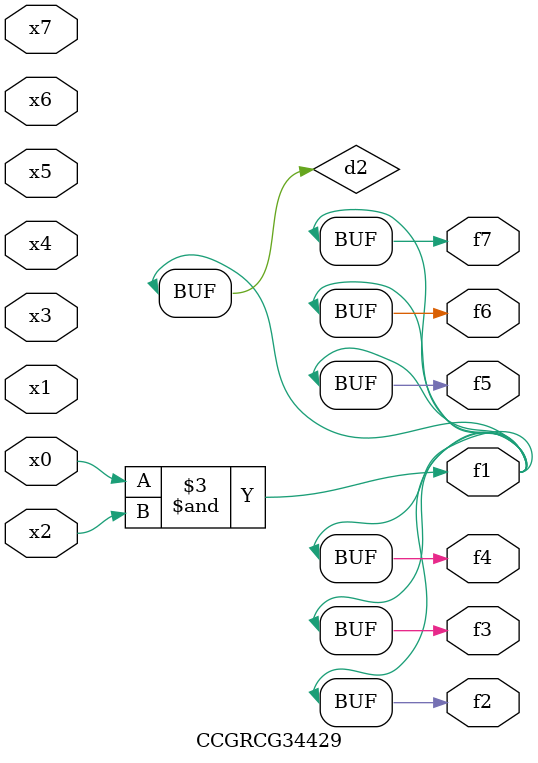
<source format=v>
module CCGRCG34429(
	input x0, x1, x2, x3, x4, x5, x6, x7,
	output f1, f2, f3, f4, f5, f6, f7
);

	wire d1, d2;

	nor (d1, x3, x6);
	and (d2, x0, x2);
	assign f1 = d2;
	assign f2 = d2;
	assign f3 = d2;
	assign f4 = d2;
	assign f5 = d2;
	assign f6 = d2;
	assign f7 = d2;
endmodule

</source>
